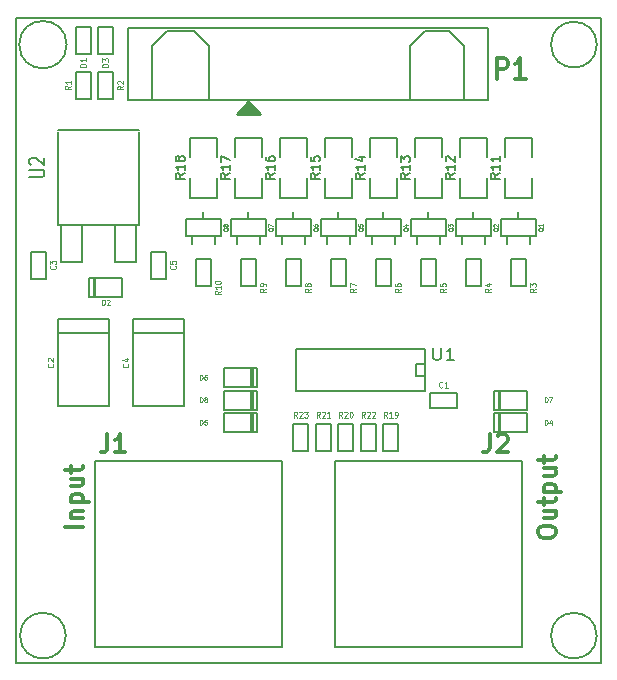
<source format=gto>
G04 (created by PCBNEW (2013-may-18)-stable) date Tue 21 Oct 2014 06:54:13 PM CEST*
%MOIN*%
G04 Gerber Fmt 3.4, Leading zero omitted, Abs format*
%FSLAX34Y34*%
G01*
G70*
G90*
G04 APERTURE LIST*
%ADD10C,0.00590551*%
%ADD11C,0.00787402*%
%ADD12C,0.011811*%
%ADD13C,0.005*%
%ADD14C,0.008*%
%ADD15C,0.012*%
%ADD16C,0.0047*%
%ADD17C,0.00344488*%
%ADD18C,0.0039*%
%ADD19C,0.0045*%
%ADD20C,0.01*%
G04 APERTURE END LIST*
G54D10*
G54D11*
X58750Y-35000D02*
X58750Y-13500D01*
X39250Y-35000D02*
X58750Y-35000D01*
X39250Y-13500D02*
X39250Y-35000D01*
X58750Y-13500D02*
X39250Y-13500D01*
G54D12*
X56648Y-30695D02*
X56648Y-30582D01*
X56676Y-30526D01*
X56732Y-30470D01*
X56845Y-30442D01*
X57042Y-30442D01*
X57154Y-30470D01*
X57210Y-30526D01*
X57239Y-30582D01*
X57239Y-30695D01*
X57210Y-30751D01*
X57154Y-30807D01*
X57042Y-30835D01*
X56845Y-30835D01*
X56732Y-30807D01*
X56676Y-30751D01*
X56648Y-30695D01*
X56845Y-29935D02*
X57239Y-29935D01*
X56845Y-30188D02*
X57154Y-30188D01*
X57210Y-30160D01*
X57239Y-30104D01*
X57239Y-30020D01*
X57210Y-29964D01*
X57182Y-29935D01*
X56845Y-29739D02*
X56845Y-29514D01*
X56648Y-29654D02*
X57154Y-29654D01*
X57210Y-29626D01*
X57239Y-29570D01*
X57239Y-29514D01*
X56845Y-29317D02*
X57435Y-29317D01*
X56873Y-29317D02*
X56845Y-29260D01*
X56845Y-29148D01*
X56873Y-29092D01*
X56901Y-29064D01*
X56957Y-29035D01*
X57126Y-29035D01*
X57182Y-29064D01*
X57210Y-29092D01*
X57239Y-29148D01*
X57239Y-29260D01*
X57210Y-29317D01*
X56845Y-28529D02*
X57239Y-28529D01*
X56845Y-28782D02*
X57154Y-28782D01*
X57210Y-28754D01*
X57239Y-28698D01*
X57239Y-28614D01*
X57210Y-28557D01*
X57182Y-28529D01*
X56845Y-28332D02*
X56845Y-28107D01*
X56648Y-28248D02*
X57154Y-28248D01*
X57210Y-28220D01*
X57239Y-28164D01*
X57239Y-28107D01*
X41489Y-30470D02*
X40898Y-30470D01*
X41095Y-30188D02*
X41489Y-30188D01*
X41151Y-30188D02*
X41123Y-30160D01*
X41095Y-30104D01*
X41095Y-30020D01*
X41123Y-29964D01*
X41179Y-29935D01*
X41489Y-29935D01*
X41095Y-29654D02*
X41685Y-29654D01*
X41123Y-29654D02*
X41095Y-29598D01*
X41095Y-29485D01*
X41123Y-29429D01*
X41151Y-29401D01*
X41207Y-29373D01*
X41376Y-29373D01*
X41432Y-29401D01*
X41460Y-29429D01*
X41489Y-29485D01*
X41489Y-29598D01*
X41460Y-29654D01*
X41095Y-28867D02*
X41489Y-28867D01*
X41095Y-29120D02*
X41404Y-29120D01*
X41460Y-29092D01*
X41489Y-29035D01*
X41489Y-28951D01*
X41460Y-28895D01*
X41432Y-28867D01*
X41095Y-28670D02*
X41095Y-28445D01*
X40898Y-28586D02*
X41404Y-28586D01*
X41460Y-28557D01*
X41489Y-28501D01*
X41489Y-28445D01*
G54D13*
X56125Y-34475D02*
X56125Y-28275D01*
X49875Y-28275D02*
X49875Y-34475D01*
X49875Y-34475D02*
X56125Y-34475D01*
X56125Y-28275D02*
X49875Y-28275D01*
X48125Y-28275D02*
X48125Y-34475D01*
X41875Y-34475D02*
X41875Y-28275D01*
X41875Y-34475D02*
X48125Y-34475D01*
X41875Y-28275D02*
X48125Y-28275D01*
G54D11*
X40940Y-14400D02*
G75*
G03X40940Y-14400I-790J0D01*
G74*
G01*
X40913Y-34100D02*
G75*
G03X40913Y-34100I-763J0D01*
G74*
G01*
X58611Y-34100D02*
G75*
G03X58611Y-34100I-761J0D01*
G74*
G01*
X58613Y-14400D02*
G75*
G03X58613Y-14400I-763J0D01*
G74*
G01*
X43100Y-13850D02*
X43000Y-13850D01*
X43000Y-13850D02*
X43000Y-16250D01*
X55000Y-16250D02*
X55000Y-13850D01*
X55000Y-13850D02*
X43100Y-13850D01*
X52400Y-16250D02*
X52400Y-14450D01*
X52400Y-14450D02*
X52900Y-13950D01*
X52900Y-13950D02*
X53700Y-13950D01*
X53700Y-13950D02*
X54200Y-14450D01*
X54200Y-14450D02*
X54200Y-16250D01*
X43800Y-16250D02*
X43800Y-14450D01*
X43800Y-14450D02*
X44300Y-13950D01*
X44300Y-13950D02*
X45200Y-13950D01*
X45200Y-13950D02*
X45700Y-14450D01*
X45700Y-14450D02*
X45700Y-16250D01*
X43000Y-16250D02*
X55000Y-16250D01*
G54D13*
X43150Y-24000D02*
X44850Y-24000D01*
X43150Y-26450D02*
X44850Y-26450D01*
X44850Y-26450D02*
X44850Y-23550D01*
X44850Y-23550D02*
X43150Y-23550D01*
X43150Y-23550D02*
X43150Y-26450D01*
X47375Y-20775D02*
X47375Y-21035D01*
X46625Y-20775D02*
X46625Y-21035D01*
X47000Y-20225D02*
X47000Y-19965D01*
X46410Y-20225D02*
X47590Y-20225D01*
X47590Y-20225D02*
X47590Y-20775D01*
X47590Y-20775D02*
X46410Y-20775D01*
X46410Y-20775D02*
X46410Y-20225D01*
X56375Y-20775D02*
X56375Y-21035D01*
X55625Y-20775D02*
X55625Y-21035D01*
X56000Y-20225D02*
X56000Y-19965D01*
X55410Y-20225D02*
X56590Y-20225D01*
X56590Y-20225D02*
X56590Y-20775D01*
X56590Y-20775D02*
X55410Y-20775D01*
X55410Y-20775D02*
X55410Y-20225D01*
X48875Y-20775D02*
X48875Y-21035D01*
X48125Y-20775D02*
X48125Y-21035D01*
X48500Y-20225D02*
X48500Y-19965D01*
X47910Y-20225D02*
X49090Y-20225D01*
X49090Y-20225D02*
X49090Y-20775D01*
X49090Y-20775D02*
X47910Y-20775D01*
X47910Y-20775D02*
X47910Y-20225D01*
X54875Y-20775D02*
X54875Y-21035D01*
X54125Y-20775D02*
X54125Y-21035D01*
X54500Y-20225D02*
X54500Y-19965D01*
X53910Y-20225D02*
X55090Y-20225D01*
X55090Y-20225D02*
X55090Y-20775D01*
X55090Y-20775D02*
X53910Y-20775D01*
X53910Y-20775D02*
X53910Y-20225D01*
X45875Y-20775D02*
X45875Y-21035D01*
X45125Y-20775D02*
X45125Y-21035D01*
X45500Y-20225D02*
X45500Y-19965D01*
X44910Y-20225D02*
X46090Y-20225D01*
X46090Y-20225D02*
X46090Y-20775D01*
X46090Y-20775D02*
X44910Y-20775D01*
X44910Y-20775D02*
X44910Y-20225D01*
X53375Y-20775D02*
X53375Y-21035D01*
X52625Y-20775D02*
X52625Y-21035D01*
X53000Y-20225D02*
X53000Y-19965D01*
X52410Y-20225D02*
X53590Y-20225D01*
X53590Y-20225D02*
X53590Y-20775D01*
X53590Y-20775D02*
X52410Y-20775D01*
X52410Y-20775D02*
X52410Y-20225D01*
X51875Y-20775D02*
X51875Y-21035D01*
X51125Y-20775D02*
X51125Y-21035D01*
X51500Y-20225D02*
X51500Y-19965D01*
X50910Y-20225D02*
X52090Y-20225D01*
X52090Y-20225D02*
X52090Y-20775D01*
X52090Y-20775D02*
X50910Y-20775D01*
X50910Y-20775D02*
X50910Y-20225D01*
X50375Y-20775D02*
X50375Y-21035D01*
X49625Y-20775D02*
X49625Y-21035D01*
X50000Y-20225D02*
X50000Y-19965D01*
X49410Y-20225D02*
X50590Y-20225D01*
X50590Y-20225D02*
X50590Y-20775D01*
X50590Y-20775D02*
X49410Y-20775D01*
X49410Y-20775D02*
X49410Y-20225D01*
X41896Y-22185D02*
X41896Y-22815D01*
X41856Y-22815D02*
X41856Y-22185D01*
X42801Y-22815D02*
X41699Y-22815D01*
X41699Y-22815D02*
X41699Y-22185D01*
X41699Y-22185D02*
X42801Y-22185D01*
X42801Y-22185D02*
X42801Y-22815D01*
G54D14*
X52900Y-25950D02*
X48600Y-25950D01*
X48600Y-25950D02*
X48600Y-24550D01*
X48600Y-24550D02*
X52900Y-24550D01*
X52900Y-24550D02*
X52900Y-25950D01*
X52900Y-25450D02*
X52600Y-25450D01*
X52600Y-25450D02*
X52600Y-25050D01*
X52600Y-25050D02*
X52900Y-25050D01*
G54D13*
X51050Y-19500D02*
X51950Y-19500D01*
X51950Y-19500D02*
X51950Y-18850D01*
X51050Y-18150D02*
X51050Y-17500D01*
X51050Y-17500D02*
X51950Y-17500D01*
X51950Y-17500D02*
X51950Y-18150D01*
X51050Y-18850D02*
X51050Y-19500D01*
X48050Y-19500D02*
X48950Y-19500D01*
X48950Y-19500D02*
X48950Y-18850D01*
X48050Y-18150D02*
X48050Y-17500D01*
X48050Y-17500D02*
X48950Y-17500D01*
X48950Y-17500D02*
X48950Y-18150D01*
X48050Y-18850D02*
X48050Y-19500D01*
X49550Y-19500D02*
X50450Y-19500D01*
X50450Y-19500D02*
X50450Y-18850D01*
X49550Y-18150D02*
X49550Y-17500D01*
X49550Y-17500D02*
X50450Y-17500D01*
X50450Y-17500D02*
X50450Y-18150D01*
X49550Y-18850D02*
X49550Y-19500D01*
X46550Y-19500D02*
X47450Y-19500D01*
X47450Y-19500D02*
X47450Y-18850D01*
X46550Y-18150D02*
X46550Y-17500D01*
X46550Y-17500D02*
X47450Y-17500D01*
X47450Y-17500D02*
X47450Y-18150D01*
X46550Y-18850D02*
X46550Y-19500D01*
X52550Y-19500D02*
X53450Y-19500D01*
X53450Y-19500D02*
X53450Y-18850D01*
X52550Y-18150D02*
X52550Y-17500D01*
X52550Y-17500D02*
X53450Y-17500D01*
X53450Y-17500D02*
X53450Y-18150D01*
X52550Y-18850D02*
X52550Y-19500D01*
X54050Y-19500D02*
X54950Y-19500D01*
X54950Y-19500D02*
X54950Y-18850D01*
X54050Y-18150D02*
X54050Y-17500D01*
X54050Y-17500D02*
X54950Y-17500D01*
X54950Y-17500D02*
X54950Y-18150D01*
X54050Y-18850D02*
X54050Y-19500D01*
X55550Y-19500D02*
X56450Y-19500D01*
X56450Y-19500D02*
X56450Y-18850D01*
X55550Y-18150D02*
X55550Y-17500D01*
X55550Y-17500D02*
X56450Y-17500D01*
X56450Y-17500D02*
X56450Y-18150D01*
X55550Y-18850D02*
X55550Y-19500D01*
X45050Y-19500D02*
X45950Y-19500D01*
X45950Y-19500D02*
X45950Y-18850D01*
X45050Y-18150D02*
X45050Y-17500D01*
X45050Y-17500D02*
X45950Y-17500D01*
X45950Y-17500D02*
X45950Y-18150D01*
X45050Y-18850D02*
X45050Y-19500D01*
X42000Y-16200D02*
X42000Y-15300D01*
X42000Y-15300D02*
X42500Y-15300D01*
X42500Y-15300D02*
X42500Y-16200D01*
X42500Y-16200D02*
X42000Y-16200D01*
X56250Y-21550D02*
X56250Y-22450D01*
X56250Y-22450D02*
X55750Y-22450D01*
X55750Y-22450D02*
X55750Y-21550D01*
X55750Y-21550D02*
X56250Y-21550D01*
X40250Y-21300D02*
X40250Y-22200D01*
X40250Y-22200D02*
X39750Y-22200D01*
X39750Y-22200D02*
X39750Y-21300D01*
X39750Y-21300D02*
X40250Y-21300D01*
X54750Y-21550D02*
X54750Y-22450D01*
X54750Y-22450D02*
X54250Y-22450D01*
X54250Y-22450D02*
X54250Y-21550D01*
X54250Y-21550D02*
X54750Y-21550D01*
X53250Y-21550D02*
X53250Y-22450D01*
X53250Y-22450D02*
X52750Y-22450D01*
X52750Y-22450D02*
X52750Y-21550D01*
X52750Y-21550D02*
X53250Y-21550D01*
X51750Y-21550D02*
X51750Y-22450D01*
X51750Y-22450D02*
X51250Y-22450D01*
X51250Y-22450D02*
X51250Y-21550D01*
X51250Y-21550D02*
X51750Y-21550D01*
X42000Y-14700D02*
X42000Y-13800D01*
X42000Y-13800D02*
X42500Y-13800D01*
X42500Y-13800D02*
X42500Y-14700D01*
X42500Y-14700D02*
X42000Y-14700D01*
X41250Y-16200D02*
X41250Y-15300D01*
X41250Y-15300D02*
X41750Y-15300D01*
X41750Y-15300D02*
X41750Y-16200D01*
X41750Y-16200D02*
X41250Y-16200D01*
X50250Y-21550D02*
X50250Y-22450D01*
X50250Y-22450D02*
X49750Y-22450D01*
X49750Y-22450D02*
X49750Y-21550D01*
X49750Y-21550D02*
X50250Y-21550D01*
X41250Y-14700D02*
X41250Y-13800D01*
X41250Y-13800D02*
X41750Y-13800D01*
X41750Y-13800D02*
X41750Y-14700D01*
X41750Y-14700D02*
X41250Y-14700D01*
X53050Y-26000D02*
X53950Y-26000D01*
X53950Y-26000D02*
X53950Y-26500D01*
X53950Y-26500D02*
X53050Y-26500D01*
X53050Y-26500D02*
X53050Y-26000D01*
X48750Y-21550D02*
X48750Y-22450D01*
X48750Y-22450D02*
X48250Y-22450D01*
X48250Y-22450D02*
X48250Y-21550D01*
X48250Y-21550D02*
X48750Y-21550D01*
X45750Y-21550D02*
X45750Y-22450D01*
X45750Y-22450D02*
X45250Y-22450D01*
X45250Y-22450D02*
X45250Y-21550D01*
X45250Y-21550D02*
X45750Y-21550D01*
X47250Y-21550D02*
X47250Y-22450D01*
X47250Y-22450D02*
X46750Y-22450D01*
X46750Y-22450D02*
X46750Y-21550D01*
X46750Y-21550D02*
X47250Y-21550D01*
X42550Y-20400D02*
X42550Y-21650D01*
X42550Y-21650D02*
X43250Y-21650D01*
X43250Y-21650D02*
X43250Y-20400D01*
X40750Y-20400D02*
X40750Y-21650D01*
X40750Y-21650D02*
X41450Y-21650D01*
X41450Y-21650D02*
X41450Y-20400D01*
X43350Y-18000D02*
X43350Y-20400D01*
X43350Y-20400D02*
X40650Y-20400D01*
X40650Y-20400D02*
X40650Y-17300D01*
X40650Y-17250D02*
X43350Y-17250D01*
X43350Y-17300D02*
X43350Y-18000D01*
X40650Y-24000D02*
X42350Y-24000D01*
X40650Y-26450D02*
X42350Y-26450D01*
X42350Y-26450D02*
X42350Y-23550D01*
X42350Y-23550D02*
X40650Y-23550D01*
X40650Y-23550D02*
X40650Y-26450D01*
X44250Y-21300D02*
X44250Y-22200D01*
X44250Y-22200D02*
X43750Y-22200D01*
X43750Y-22200D02*
X43750Y-21300D01*
X43750Y-21300D02*
X44250Y-21300D01*
X55396Y-26685D02*
X55396Y-27315D01*
X55356Y-27315D02*
X55356Y-26685D01*
X56301Y-27315D02*
X55199Y-27315D01*
X55199Y-27315D02*
X55199Y-26685D01*
X55199Y-26685D02*
X56301Y-26685D01*
X56301Y-26685D02*
X56301Y-27315D01*
X47104Y-27315D02*
X47104Y-26685D01*
X47144Y-26685D02*
X47144Y-27315D01*
X46199Y-26685D02*
X47301Y-26685D01*
X47301Y-26685D02*
X47301Y-27315D01*
X47301Y-27315D02*
X46199Y-27315D01*
X46199Y-27315D02*
X46199Y-26685D01*
X47104Y-25815D02*
X47104Y-25185D01*
X47144Y-25185D02*
X47144Y-25815D01*
X46199Y-25185D02*
X47301Y-25185D01*
X47301Y-25185D02*
X47301Y-25815D01*
X47301Y-25815D02*
X46199Y-25815D01*
X46199Y-25815D02*
X46199Y-25185D01*
X55396Y-25935D02*
X55396Y-26565D01*
X55356Y-26565D02*
X55356Y-25935D01*
X56301Y-26565D02*
X55199Y-26565D01*
X55199Y-26565D02*
X55199Y-25935D01*
X55199Y-25935D02*
X56301Y-25935D01*
X56301Y-25935D02*
X56301Y-26565D01*
X47104Y-26565D02*
X47104Y-25935D01*
X47144Y-25935D02*
X47144Y-26565D01*
X46199Y-25935D02*
X47301Y-25935D01*
X47301Y-25935D02*
X47301Y-26565D01*
X47301Y-26565D02*
X46199Y-26565D01*
X46199Y-26565D02*
X46199Y-25935D01*
X51500Y-27950D02*
X51500Y-27050D01*
X51500Y-27050D02*
X52000Y-27050D01*
X52000Y-27050D02*
X52000Y-27950D01*
X52000Y-27950D02*
X51500Y-27950D01*
X50000Y-27950D02*
X50000Y-27050D01*
X50000Y-27050D02*
X50500Y-27050D01*
X50500Y-27050D02*
X50500Y-27950D01*
X50500Y-27950D02*
X50000Y-27950D01*
X49250Y-27950D02*
X49250Y-27050D01*
X49250Y-27050D02*
X49750Y-27050D01*
X49750Y-27050D02*
X49750Y-27950D01*
X49750Y-27950D02*
X49250Y-27950D01*
X50750Y-27950D02*
X50750Y-27050D01*
X50750Y-27050D02*
X51250Y-27050D01*
X51250Y-27050D02*
X51250Y-27950D01*
X51250Y-27950D02*
X50750Y-27950D01*
X49000Y-27050D02*
X49000Y-27950D01*
X49000Y-27950D02*
X48500Y-27950D01*
X48500Y-27950D02*
X48500Y-27050D01*
X48500Y-27050D02*
X49000Y-27050D01*
G54D15*
X55050Y-27392D02*
X55050Y-27821D01*
X55021Y-27907D01*
X54964Y-27964D01*
X54878Y-27992D01*
X54821Y-27992D01*
X55307Y-27450D02*
X55335Y-27421D01*
X55392Y-27392D01*
X55535Y-27392D01*
X55592Y-27421D01*
X55621Y-27450D01*
X55650Y-27507D01*
X55650Y-27564D01*
X55621Y-27650D01*
X55278Y-27992D01*
X55650Y-27992D01*
X42300Y-27392D02*
X42300Y-27821D01*
X42271Y-27907D01*
X42214Y-27964D01*
X42128Y-27992D01*
X42071Y-27992D01*
X42900Y-27992D02*
X42557Y-27992D01*
X42728Y-27992D02*
X42728Y-27392D01*
X42671Y-27478D01*
X42614Y-27535D01*
X42557Y-27564D01*
X55288Y-15532D02*
X55288Y-14833D01*
X55526Y-14833D01*
X55586Y-14867D01*
X55616Y-14900D01*
X55645Y-14967D01*
X55645Y-15066D01*
X55616Y-15133D01*
X55586Y-15166D01*
X55526Y-15200D01*
X55288Y-15200D01*
X56241Y-15532D02*
X55883Y-15532D01*
X56062Y-15532D02*
X56062Y-14833D01*
X56002Y-14933D01*
X55943Y-15000D01*
X55883Y-15033D01*
G54D16*
X42985Y-25032D02*
X42995Y-25042D01*
X43004Y-25070D01*
X43004Y-25089D01*
X42995Y-25117D01*
X42976Y-25136D01*
X42957Y-25145D01*
X42920Y-25154D01*
X42892Y-25154D01*
X42854Y-25145D01*
X42835Y-25136D01*
X42817Y-25117D01*
X42807Y-25089D01*
X42807Y-25070D01*
X42817Y-25042D01*
X42826Y-25032D01*
X42873Y-24863D02*
X43004Y-24863D01*
X42798Y-24910D02*
X42939Y-24957D01*
X42939Y-24835D01*
G54D17*
X47818Y-20513D02*
X47812Y-20526D01*
X47799Y-20539D01*
X47779Y-20559D01*
X47772Y-20572D01*
X47772Y-20585D01*
X47805Y-20578D02*
X47799Y-20591D01*
X47786Y-20604D01*
X47759Y-20611D01*
X47713Y-20611D01*
X47687Y-20604D01*
X47674Y-20591D01*
X47667Y-20578D01*
X47667Y-20552D01*
X47674Y-20539D01*
X47687Y-20526D01*
X47713Y-20519D01*
X47759Y-20519D01*
X47786Y-20526D01*
X47799Y-20539D01*
X47805Y-20552D01*
X47805Y-20578D01*
X47667Y-20473D02*
X47667Y-20381D01*
X47805Y-20440D01*
X56818Y-20513D02*
X56812Y-20526D01*
X56799Y-20539D01*
X56779Y-20559D01*
X56772Y-20572D01*
X56772Y-20585D01*
X56805Y-20578D02*
X56799Y-20591D01*
X56786Y-20604D01*
X56759Y-20611D01*
X56713Y-20611D01*
X56687Y-20604D01*
X56674Y-20591D01*
X56667Y-20578D01*
X56667Y-20552D01*
X56674Y-20539D01*
X56687Y-20526D01*
X56713Y-20519D01*
X56759Y-20519D01*
X56786Y-20526D01*
X56799Y-20539D01*
X56805Y-20552D01*
X56805Y-20578D01*
X56805Y-20388D02*
X56805Y-20467D01*
X56805Y-20427D02*
X56667Y-20427D01*
X56687Y-20440D01*
X56700Y-20454D01*
X56707Y-20467D01*
X49318Y-20513D02*
X49312Y-20526D01*
X49299Y-20539D01*
X49279Y-20559D01*
X49272Y-20572D01*
X49272Y-20585D01*
X49305Y-20578D02*
X49299Y-20591D01*
X49286Y-20604D01*
X49259Y-20611D01*
X49213Y-20611D01*
X49187Y-20604D01*
X49174Y-20591D01*
X49167Y-20578D01*
X49167Y-20552D01*
X49174Y-20539D01*
X49187Y-20526D01*
X49213Y-20519D01*
X49259Y-20519D01*
X49286Y-20526D01*
X49299Y-20539D01*
X49305Y-20552D01*
X49305Y-20578D01*
X49167Y-20401D02*
X49167Y-20427D01*
X49174Y-20440D01*
X49181Y-20447D01*
X49200Y-20460D01*
X49227Y-20467D01*
X49279Y-20467D01*
X49292Y-20460D01*
X49299Y-20454D01*
X49305Y-20440D01*
X49305Y-20414D01*
X49299Y-20401D01*
X49292Y-20395D01*
X49279Y-20388D01*
X49246Y-20388D01*
X49233Y-20395D01*
X49227Y-20401D01*
X49220Y-20414D01*
X49220Y-20440D01*
X49227Y-20454D01*
X49233Y-20460D01*
X49246Y-20467D01*
X55318Y-20513D02*
X55312Y-20526D01*
X55299Y-20539D01*
X55279Y-20559D01*
X55272Y-20572D01*
X55272Y-20585D01*
X55305Y-20578D02*
X55299Y-20591D01*
X55286Y-20604D01*
X55259Y-20611D01*
X55213Y-20611D01*
X55187Y-20604D01*
X55174Y-20591D01*
X55167Y-20578D01*
X55167Y-20552D01*
X55174Y-20539D01*
X55187Y-20526D01*
X55213Y-20519D01*
X55259Y-20519D01*
X55286Y-20526D01*
X55299Y-20539D01*
X55305Y-20552D01*
X55305Y-20578D01*
X55181Y-20467D02*
X55174Y-20460D01*
X55167Y-20447D01*
X55167Y-20414D01*
X55174Y-20401D01*
X55181Y-20395D01*
X55194Y-20388D01*
X55207Y-20388D01*
X55227Y-20395D01*
X55305Y-20473D01*
X55305Y-20388D01*
X46318Y-20513D02*
X46312Y-20526D01*
X46299Y-20539D01*
X46279Y-20559D01*
X46272Y-20572D01*
X46272Y-20585D01*
X46305Y-20578D02*
X46299Y-20591D01*
X46286Y-20604D01*
X46259Y-20611D01*
X46213Y-20611D01*
X46187Y-20604D01*
X46174Y-20591D01*
X46167Y-20578D01*
X46167Y-20552D01*
X46174Y-20539D01*
X46187Y-20526D01*
X46213Y-20519D01*
X46259Y-20519D01*
X46286Y-20526D01*
X46299Y-20539D01*
X46305Y-20552D01*
X46305Y-20578D01*
X46227Y-20440D02*
X46220Y-20454D01*
X46213Y-20460D01*
X46200Y-20467D01*
X46194Y-20467D01*
X46181Y-20460D01*
X46174Y-20454D01*
X46167Y-20440D01*
X46167Y-20414D01*
X46174Y-20401D01*
X46181Y-20395D01*
X46194Y-20388D01*
X46200Y-20388D01*
X46213Y-20395D01*
X46220Y-20401D01*
X46227Y-20414D01*
X46227Y-20440D01*
X46233Y-20454D01*
X46240Y-20460D01*
X46253Y-20467D01*
X46279Y-20467D01*
X46292Y-20460D01*
X46299Y-20454D01*
X46305Y-20440D01*
X46305Y-20414D01*
X46299Y-20401D01*
X46292Y-20395D01*
X46279Y-20388D01*
X46253Y-20388D01*
X46240Y-20395D01*
X46233Y-20401D01*
X46227Y-20414D01*
X53818Y-20513D02*
X53812Y-20526D01*
X53799Y-20539D01*
X53779Y-20559D01*
X53772Y-20572D01*
X53772Y-20585D01*
X53805Y-20578D02*
X53799Y-20591D01*
X53786Y-20604D01*
X53759Y-20611D01*
X53713Y-20611D01*
X53687Y-20604D01*
X53674Y-20591D01*
X53667Y-20578D01*
X53667Y-20552D01*
X53674Y-20539D01*
X53687Y-20526D01*
X53713Y-20519D01*
X53759Y-20519D01*
X53786Y-20526D01*
X53799Y-20539D01*
X53805Y-20552D01*
X53805Y-20578D01*
X53667Y-20473D02*
X53667Y-20388D01*
X53720Y-20434D01*
X53720Y-20414D01*
X53727Y-20401D01*
X53733Y-20395D01*
X53746Y-20388D01*
X53779Y-20388D01*
X53792Y-20395D01*
X53799Y-20401D01*
X53805Y-20414D01*
X53805Y-20454D01*
X53799Y-20467D01*
X53792Y-20473D01*
X52318Y-20513D02*
X52312Y-20526D01*
X52299Y-20539D01*
X52279Y-20559D01*
X52272Y-20572D01*
X52272Y-20585D01*
X52305Y-20578D02*
X52299Y-20591D01*
X52286Y-20604D01*
X52259Y-20611D01*
X52213Y-20611D01*
X52187Y-20604D01*
X52174Y-20591D01*
X52167Y-20578D01*
X52167Y-20552D01*
X52174Y-20539D01*
X52187Y-20526D01*
X52213Y-20519D01*
X52259Y-20519D01*
X52286Y-20526D01*
X52299Y-20539D01*
X52305Y-20552D01*
X52305Y-20578D01*
X52213Y-20401D02*
X52305Y-20401D01*
X52161Y-20434D02*
X52259Y-20467D01*
X52259Y-20381D01*
X50818Y-20513D02*
X50812Y-20526D01*
X50799Y-20539D01*
X50779Y-20559D01*
X50772Y-20572D01*
X50772Y-20585D01*
X50805Y-20578D02*
X50799Y-20591D01*
X50786Y-20604D01*
X50759Y-20611D01*
X50713Y-20611D01*
X50687Y-20604D01*
X50674Y-20591D01*
X50667Y-20578D01*
X50667Y-20552D01*
X50674Y-20539D01*
X50687Y-20526D01*
X50713Y-20519D01*
X50759Y-20519D01*
X50786Y-20526D01*
X50799Y-20539D01*
X50805Y-20552D01*
X50805Y-20578D01*
X50667Y-20395D02*
X50667Y-20460D01*
X50733Y-20467D01*
X50727Y-20460D01*
X50720Y-20447D01*
X50720Y-20414D01*
X50727Y-20401D01*
X50733Y-20395D01*
X50746Y-20388D01*
X50779Y-20388D01*
X50792Y-20395D01*
X50799Y-20401D01*
X50805Y-20414D01*
X50805Y-20447D01*
X50799Y-20460D01*
X50792Y-20467D01*
G54D18*
X42134Y-23063D02*
X42134Y-22906D01*
X42171Y-22906D01*
X42193Y-22914D01*
X42208Y-22928D01*
X42216Y-22943D01*
X42223Y-22973D01*
X42223Y-22996D01*
X42216Y-23026D01*
X42208Y-23041D01*
X42193Y-23056D01*
X42171Y-23063D01*
X42134Y-23063D01*
X42283Y-22921D02*
X42291Y-22914D01*
X42306Y-22906D01*
X42343Y-22906D01*
X42358Y-22914D01*
X42365Y-22921D01*
X42373Y-22936D01*
X42373Y-22951D01*
X42365Y-22973D01*
X42276Y-23063D01*
X42373Y-23063D01*
G54D13*
X53157Y-24511D02*
X53157Y-24835D01*
X53178Y-24873D01*
X53200Y-24892D01*
X53242Y-24911D01*
X53328Y-24911D01*
X53371Y-24892D01*
X53392Y-24873D01*
X53414Y-24835D01*
X53414Y-24511D01*
X53864Y-24911D02*
X53607Y-24911D01*
X53735Y-24911D02*
X53735Y-24511D01*
X53692Y-24569D01*
X53650Y-24607D01*
X53607Y-24626D01*
X50871Y-18692D02*
X50728Y-18792D01*
X50871Y-18864D02*
X50571Y-18864D01*
X50571Y-18750D01*
X50585Y-18721D01*
X50600Y-18707D01*
X50628Y-18692D01*
X50671Y-18692D01*
X50700Y-18707D01*
X50714Y-18721D01*
X50728Y-18750D01*
X50728Y-18864D01*
X50871Y-18407D02*
X50871Y-18578D01*
X50871Y-18492D02*
X50571Y-18492D01*
X50614Y-18521D01*
X50642Y-18550D01*
X50657Y-18578D01*
X50671Y-18150D02*
X50871Y-18150D01*
X50557Y-18221D02*
X50771Y-18292D01*
X50771Y-18107D01*
X47871Y-18692D02*
X47728Y-18792D01*
X47871Y-18864D02*
X47571Y-18864D01*
X47571Y-18750D01*
X47585Y-18721D01*
X47600Y-18707D01*
X47628Y-18692D01*
X47671Y-18692D01*
X47700Y-18707D01*
X47714Y-18721D01*
X47728Y-18750D01*
X47728Y-18864D01*
X47871Y-18407D02*
X47871Y-18578D01*
X47871Y-18492D02*
X47571Y-18492D01*
X47614Y-18521D01*
X47642Y-18550D01*
X47657Y-18578D01*
X47571Y-18150D02*
X47571Y-18207D01*
X47585Y-18235D01*
X47600Y-18250D01*
X47642Y-18278D01*
X47700Y-18292D01*
X47814Y-18292D01*
X47842Y-18278D01*
X47857Y-18264D01*
X47871Y-18235D01*
X47871Y-18178D01*
X47857Y-18150D01*
X47842Y-18135D01*
X47814Y-18121D01*
X47742Y-18121D01*
X47714Y-18135D01*
X47700Y-18150D01*
X47685Y-18178D01*
X47685Y-18235D01*
X47700Y-18264D01*
X47714Y-18278D01*
X47742Y-18292D01*
X49371Y-18692D02*
X49228Y-18792D01*
X49371Y-18864D02*
X49071Y-18864D01*
X49071Y-18750D01*
X49085Y-18721D01*
X49100Y-18707D01*
X49128Y-18692D01*
X49171Y-18692D01*
X49200Y-18707D01*
X49214Y-18721D01*
X49228Y-18750D01*
X49228Y-18864D01*
X49371Y-18407D02*
X49371Y-18578D01*
X49371Y-18492D02*
X49071Y-18492D01*
X49114Y-18521D01*
X49142Y-18550D01*
X49157Y-18578D01*
X49071Y-18135D02*
X49071Y-18278D01*
X49214Y-18292D01*
X49200Y-18278D01*
X49185Y-18250D01*
X49185Y-18178D01*
X49200Y-18150D01*
X49214Y-18135D01*
X49242Y-18121D01*
X49314Y-18121D01*
X49342Y-18135D01*
X49357Y-18150D01*
X49371Y-18178D01*
X49371Y-18250D01*
X49357Y-18278D01*
X49342Y-18292D01*
X46371Y-18692D02*
X46228Y-18792D01*
X46371Y-18864D02*
X46071Y-18864D01*
X46071Y-18750D01*
X46085Y-18721D01*
X46100Y-18707D01*
X46128Y-18692D01*
X46171Y-18692D01*
X46200Y-18707D01*
X46214Y-18721D01*
X46228Y-18750D01*
X46228Y-18864D01*
X46371Y-18407D02*
X46371Y-18578D01*
X46371Y-18492D02*
X46071Y-18492D01*
X46114Y-18521D01*
X46142Y-18550D01*
X46157Y-18578D01*
X46071Y-18307D02*
X46071Y-18107D01*
X46371Y-18235D01*
X52371Y-18692D02*
X52228Y-18792D01*
X52371Y-18864D02*
X52071Y-18864D01*
X52071Y-18750D01*
X52085Y-18721D01*
X52100Y-18707D01*
X52128Y-18692D01*
X52171Y-18692D01*
X52200Y-18707D01*
X52214Y-18721D01*
X52228Y-18750D01*
X52228Y-18864D01*
X52371Y-18407D02*
X52371Y-18578D01*
X52371Y-18492D02*
X52071Y-18492D01*
X52114Y-18521D01*
X52142Y-18550D01*
X52157Y-18578D01*
X52071Y-18307D02*
X52071Y-18121D01*
X52185Y-18221D01*
X52185Y-18178D01*
X52200Y-18150D01*
X52214Y-18135D01*
X52242Y-18121D01*
X52314Y-18121D01*
X52342Y-18135D01*
X52357Y-18150D01*
X52371Y-18178D01*
X52371Y-18264D01*
X52357Y-18292D01*
X52342Y-18307D01*
X53871Y-18692D02*
X53728Y-18792D01*
X53871Y-18864D02*
X53571Y-18864D01*
X53571Y-18750D01*
X53585Y-18721D01*
X53600Y-18707D01*
X53628Y-18692D01*
X53671Y-18692D01*
X53700Y-18707D01*
X53714Y-18721D01*
X53728Y-18750D01*
X53728Y-18864D01*
X53871Y-18407D02*
X53871Y-18578D01*
X53871Y-18492D02*
X53571Y-18492D01*
X53614Y-18521D01*
X53642Y-18550D01*
X53657Y-18578D01*
X53600Y-18292D02*
X53585Y-18278D01*
X53571Y-18250D01*
X53571Y-18178D01*
X53585Y-18150D01*
X53600Y-18135D01*
X53628Y-18121D01*
X53657Y-18121D01*
X53700Y-18135D01*
X53871Y-18307D01*
X53871Y-18121D01*
X55371Y-18692D02*
X55228Y-18792D01*
X55371Y-18864D02*
X55071Y-18864D01*
X55071Y-18750D01*
X55085Y-18721D01*
X55100Y-18707D01*
X55128Y-18692D01*
X55171Y-18692D01*
X55200Y-18707D01*
X55214Y-18721D01*
X55228Y-18750D01*
X55228Y-18864D01*
X55371Y-18407D02*
X55371Y-18578D01*
X55371Y-18492D02*
X55071Y-18492D01*
X55114Y-18521D01*
X55142Y-18550D01*
X55157Y-18578D01*
X55371Y-18121D02*
X55371Y-18292D01*
X55371Y-18207D02*
X55071Y-18207D01*
X55114Y-18235D01*
X55142Y-18264D01*
X55157Y-18292D01*
X44871Y-18692D02*
X44728Y-18792D01*
X44871Y-18864D02*
X44571Y-18864D01*
X44571Y-18750D01*
X44585Y-18721D01*
X44600Y-18707D01*
X44628Y-18692D01*
X44671Y-18692D01*
X44700Y-18707D01*
X44714Y-18721D01*
X44728Y-18750D01*
X44728Y-18864D01*
X44871Y-18407D02*
X44871Y-18578D01*
X44871Y-18492D02*
X44571Y-18492D01*
X44614Y-18521D01*
X44642Y-18550D01*
X44657Y-18578D01*
X44700Y-18235D02*
X44685Y-18264D01*
X44671Y-18278D01*
X44642Y-18292D01*
X44628Y-18292D01*
X44600Y-18278D01*
X44585Y-18264D01*
X44571Y-18235D01*
X44571Y-18178D01*
X44585Y-18150D01*
X44600Y-18135D01*
X44628Y-18121D01*
X44642Y-18121D01*
X44671Y-18135D01*
X44685Y-18150D01*
X44700Y-18178D01*
X44700Y-18235D01*
X44714Y-18264D01*
X44728Y-18278D01*
X44757Y-18292D01*
X44814Y-18292D01*
X44842Y-18278D01*
X44857Y-18264D01*
X44871Y-18235D01*
X44871Y-18178D01*
X44857Y-18150D01*
X44842Y-18135D01*
X44814Y-18121D01*
X44757Y-18121D01*
X44728Y-18135D01*
X44714Y-18150D01*
X44700Y-18178D01*
G54D19*
X42830Y-15780D02*
X42735Y-15840D01*
X42830Y-15882D02*
X42630Y-15882D01*
X42630Y-15814D01*
X42640Y-15797D01*
X42650Y-15788D01*
X42669Y-15780D01*
X42697Y-15780D01*
X42716Y-15788D01*
X42726Y-15797D01*
X42735Y-15814D01*
X42735Y-15882D01*
X42650Y-15711D02*
X42640Y-15702D01*
X42630Y-15685D01*
X42630Y-15642D01*
X42640Y-15625D01*
X42650Y-15617D01*
X42669Y-15608D01*
X42688Y-15608D01*
X42716Y-15617D01*
X42830Y-15720D01*
X42830Y-15608D01*
X56580Y-22530D02*
X56485Y-22590D01*
X56580Y-22632D02*
X56380Y-22632D01*
X56380Y-22564D01*
X56390Y-22547D01*
X56400Y-22538D01*
X56419Y-22530D01*
X56447Y-22530D01*
X56466Y-22538D01*
X56476Y-22547D01*
X56485Y-22564D01*
X56485Y-22632D01*
X56380Y-22470D02*
X56380Y-22358D01*
X56457Y-22418D01*
X56457Y-22392D01*
X56466Y-22375D01*
X56476Y-22367D01*
X56495Y-22358D01*
X56542Y-22358D01*
X56561Y-22367D01*
X56571Y-22375D01*
X56580Y-22392D01*
X56580Y-22444D01*
X56571Y-22461D01*
X56561Y-22470D01*
X40561Y-21780D02*
X40571Y-21788D01*
X40580Y-21814D01*
X40580Y-21831D01*
X40571Y-21857D01*
X40552Y-21874D01*
X40533Y-21882D01*
X40495Y-21891D01*
X40466Y-21891D01*
X40428Y-21882D01*
X40409Y-21874D01*
X40390Y-21857D01*
X40380Y-21831D01*
X40380Y-21814D01*
X40390Y-21788D01*
X40400Y-21780D01*
X40380Y-21720D02*
X40380Y-21608D01*
X40457Y-21668D01*
X40457Y-21642D01*
X40466Y-21625D01*
X40476Y-21617D01*
X40495Y-21608D01*
X40542Y-21608D01*
X40561Y-21617D01*
X40571Y-21625D01*
X40580Y-21642D01*
X40580Y-21694D01*
X40571Y-21711D01*
X40561Y-21720D01*
X55080Y-22530D02*
X54985Y-22590D01*
X55080Y-22632D02*
X54880Y-22632D01*
X54880Y-22564D01*
X54890Y-22547D01*
X54900Y-22538D01*
X54919Y-22530D01*
X54947Y-22530D01*
X54966Y-22538D01*
X54976Y-22547D01*
X54985Y-22564D01*
X54985Y-22632D01*
X54947Y-22375D02*
X55080Y-22375D01*
X54871Y-22418D02*
X55014Y-22461D01*
X55014Y-22350D01*
X53580Y-22530D02*
X53485Y-22590D01*
X53580Y-22632D02*
X53380Y-22632D01*
X53380Y-22564D01*
X53390Y-22547D01*
X53400Y-22538D01*
X53419Y-22530D01*
X53447Y-22530D01*
X53466Y-22538D01*
X53476Y-22547D01*
X53485Y-22564D01*
X53485Y-22632D01*
X53380Y-22367D02*
X53380Y-22452D01*
X53476Y-22461D01*
X53466Y-22452D01*
X53457Y-22435D01*
X53457Y-22392D01*
X53466Y-22375D01*
X53476Y-22367D01*
X53495Y-22358D01*
X53542Y-22358D01*
X53561Y-22367D01*
X53571Y-22375D01*
X53580Y-22392D01*
X53580Y-22435D01*
X53571Y-22452D01*
X53561Y-22461D01*
X52080Y-22530D02*
X51985Y-22590D01*
X52080Y-22632D02*
X51880Y-22632D01*
X51880Y-22564D01*
X51890Y-22547D01*
X51900Y-22538D01*
X51919Y-22530D01*
X51947Y-22530D01*
X51966Y-22538D01*
X51976Y-22547D01*
X51985Y-22564D01*
X51985Y-22632D01*
X51880Y-22375D02*
X51880Y-22410D01*
X51890Y-22427D01*
X51900Y-22435D01*
X51928Y-22452D01*
X51966Y-22461D01*
X52042Y-22461D01*
X52061Y-22452D01*
X52071Y-22444D01*
X52080Y-22427D01*
X52080Y-22392D01*
X52071Y-22375D01*
X52061Y-22367D01*
X52042Y-22358D01*
X51995Y-22358D01*
X51976Y-22367D01*
X51966Y-22375D01*
X51957Y-22392D01*
X51957Y-22427D01*
X51966Y-22444D01*
X51976Y-22452D01*
X51995Y-22461D01*
X42330Y-15132D02*
X42130Y-15132D01*
X42130Y-15090D01*
X42140Y-15064D01*
X42159Y-15047D01*
X42178Y-15038D01*
X42216Y-15030D01*
X42245Y-15030D01*
X42283Y-15038D01*
X42302Y-15047D01*
X42321Y-15064D01*
X42330Y-15090D01*
X42330Y-15132D01*
X42130Y-14970D02*
X42130Y-14858D01*
X42207Y-14918D01*
X42207Y-14892D01*
X42216Y-14875D01*
X42226Y-14867D01*
X42245Y-14858D01*
X42292Y-14858D01*
X42311Y-14867D01*
X42321Y-14875D01*
X42330Y-14892D01*
X42330Y-14944D01*
X42321Y-14961D01*
X42311Y-14970D01*
X41080Y-15780D02*
X40985Y-15840D01*
X41080Y-15882D02*
X40880Y-15882D01*
X40880Y-15814D01*
X40890Y-15797D01*
X40900Y-15788D01*
X40919Y-15780D01*
X40947Y-15780D01*
X40966Y-15788D01*
X40976Y-15797D01*
X40985Y-15814D01*
X40985Y-15882D01*
X41080Y-15608D02*
X41080Y-15711D01*
X41080Y-15660D02*
X40880Y-15660D01*
X40909Y-15677D01*
X40928Y-15694D01*
X40938Y-15711D01*
X50580Y-22530D02*
X50485Y-22590D01*
X50580Y-22632D02*
X50380Y-22632D01*
X50380Y-22564D01*
X50390Y-22547D01*
X50400Y-22538D01*
X50419Y-22530D01*
X50447Y-22530D01*
X50466Y-22538D01*
X50476Y-22547D01*
X50485Y-22564D01*
X50485Y-22632D01*
X50380Y-22470D02*
X50380Y-22350D01*
X50580Y-22427D01*
X41580Y-15132D02*
X41380Y-15132D01*
X41380Y-15090D01*
X41390Y-15064D01*
X41409Y-15047D01*
X41428Y-15038D01*
X41466Y-15030D01*
X41495Y-15030D01*
X41533Y-15038D01*
X41552Y-15047D01*
X41571Y-15064D01*
X41580Y-15090D01*
X41580Y-15132D01*
X41580Y-14858D02*
X41580Y-14961D01*
X41580Y-14910D02*
X41380Y-14910D01*
X41409Y-14927D01*
X41428Y-14944D01*
X41438Y-14961D01*
X53470Y-25811D02*
X53461Y-25821D01*
X53435Y-25830D01*
X53418Y-25830D01*
X53392Y-25821D01*
X53375Y-25802D01*
X53367Y-25783D01*
X53358Y-25745D01*
X53358Y-25716D01*
X53367Y-25678D01*
X53375Y-25659D01*
X53392Y-25640D01*
X53418Y-25630D01*
X53435Y-25630D01*
X53461Y-25640D01*
X53470Y-25650D01*
X53641Y-25830D02*
X53538Y-25830D01*
X53590Y-25830D02*
X53590Y-25630D01*
X53572Y-25659D01*
X53555Y-25678D01*
X53538Y-25688D01*
X49080Y-22530D02*
X48985Y-22590D01*
X49080Y-22632D02*
X48880Y-22632D01*
X48880Y-22564D01*
X48890Y-22547D01*
X48900Y-22538D01*
X48919Y-22530D01*
X48947Y-22530D01*
X48966Y-22538D01*
X48976Y-22547D01*
X48985Y-22564D01*
X48985Y-22632D01*
X48966Y-22427D02*
X48957Y-22444D01*
X48947Y-22452D01*
X48928Y-22461D01*
X48919Y-22461D01*
X48900Y-22452D01*
X48890Y-22444D01*
X48880Y-22427D01*
X48880Y-22392D01*
X48890Y-22375D01*
X48900Y-22367D01*
X48919Y-22358D01*
X48928Y-22358D01*
X48947Y-22367D01*
X48957Y-22375D01*
X48966Y-22392D01*
X48966Y-22427D01*
X48976Y-22444D01*
X48985Y-22452D01*
X49004Y-22461D01*
X49042Y-22461D01*
X49061Y-22452D01*
X49071Y-22444D01*
X49080Y-22427D01*
X49080Y-22392D01*
X49071Y-22375D01*
X49061Y-22367D01*
X49042Y-22358D01*
X49004Y-22358D01*
X48985Y-22367D01*
X48976Y-22375D01*
X48966Y-22392D01*
X46080Y-22615D02*
X45985Y-22675D01*
X46080Y-22718D02*
X45880Y-22718D01*
X45880Y-22650D01*
X45890Y-22632D01*
X45900Y-22624D01*
X45919Y-22615D01*
X45947Y-22615D01*
X45966Y-22624D01*
X45976Y-22632D01*
X45985Y-22650D01*
X45985Y-22718D01*
X46080Y-22444D02*
X46080Y-22547D01*
X46080Y-22495D02*
X45880Y-22495D01*
X45909Y-22512D01*
X45928Y-22530D01*
X45938Y-22547D01*
X45880Y-22332D02*
X45880Y-22315D01*
X45890Y-22298D01*
X45900Y-22290D01*
X45919Y-22281D01*
X45957Y-22272D01*
X46004Y-22272D01*
X46042Y-22281D01*
X46061Y-22290D01*
X46071Y-22298D01*
X46080Y-22315D01*
X46080Y-22332D01*
X46071Y-22350D01*
X46061Y-22358D01*
X46042Y-22367D01*
X46004Y-22375D01*
X45957Y-22375D01*
X45919Y-22367D01*
X45900Y-22358D01*
X45890Y-22350D01*
X45880Y-22332D01*
X47580Y-22530D02*
X47485Y-22590D01*
X47580Y-22632D02*
X47380Y-22632D01*
X47380Y-22564D01*
X47390Y-22547D01*
X47400Y-22538D01*
X47419Y-22530D01*
X47447Y-22530D01*
X47466Y-22538D01*
X47476Y-22547D01*
X47485Y-22564D01*
X47485Y-22632D01*
X47580Y-22444D02*
X47580Y-22410D01*
X47571Y-22392D01*
X47561Y-22384D01*
X47533Y-22367D01*
X47495Y-22358D01*
X47419Y-22358D01*
X47400Y-22367D01*
X47390Y-22375D01*
X47380Y-22392D01*
X47380Y-22427D01*
X47390Y-22444D01*
X47400Y-22452D01*
X47419Y-22461D01*
X47466Y-22461D01*
X47485Y-22452D01*
X47495Y-22444D01*
X47504Y-22427D01*
X47504Y-22392D01*
X47495Y-22375D01*
X47485Y-22367D01*
X47466Y-22358D01*
G54D14*
X39702Y-18804D02*
X40107Y-18804D01*
X40154Y-18785D01*
X40178Y-18766D01*
X40202Y-18728D01*
X40202Y-18652D01*
X40178Y-18614D01*
X40154Y-18595D01*
X40107Y-18576D01*
X39702Y-18576D01*
X39750Y-18404D02*
X39726Y-18385D01*
X39702Y-18347D01*
X39702Y-18252D01*
X39726Y-18214D01*
X39750Y-18195D01*
X39797Y-18176D01*
X39845Y-18176D01*
X39916Y-18195D01*
X40202Y-18423D01*
X40202Y-18176D01*
G54D16*
X40485Y-25032D02*
X40495Y-25042D01*
X40504Y-25070D01*
X40504Y-25089D01*
X40495Y-25117D01*
X40476Y-25136D01*
X40457Y-25145D01*
X40420Y-25154D01*
X40392Y-25154D01*
X40354Y-25145D01*
X40335Y-25136D01*
X40317Y-25117D01*
X40307Y-25089D01*
X40307Y-25070D01*
X40317Y-25042D01*
X40326Y-25032D01*
X40326Y-24957D02*
X40317Y-24948D01*
X40307Y-24929D01*
X40307Y-24882D01*
X40317Y-24863D01*
X40326Y-24854D01*
X40345Y-24845D01*
X40364Y-24845D01*
X40392Y-24854D01*
X40504Y-24967D01*
X40504Y-24845D01*
G54D19*
X44561Y-21780D02*
X44571Y-21788D01*
X44580Y-21814D01*
X44580Y-21831D01*
X44571Y-21857D01*
X44552Y-21874D01*
X44533Y-21882D01*
X44495Y-21891D01*
X44466Y-21891D01*
X44428Y-21882D01*
X44409Y-21874D01*
X44390Y-21857D01*
X44380Y-21831D01*
X44380Y-21814D01*
X44390Y-21788D01*
X44400Y-21780D01*
X44380Y-21617D02*
X44380Y-21702D01*
X44476Y-21711D01*
X44466Y-21702D01*
X44457Y-21685D01*
X44457Y-21642D01*
X44466Y-21625D01*
X44476Y-21617D01*
X44495Y-21608D01*
X44542Y-21608D01*
X44561Y-21617D01*
X44571Y-21625D01*
X44580Y-21642D01*
X44580Y-21685D01*
X44571Y-21702D01*
X44561Y-21711D01*
G54D18*
X56884Y-27063D02*
X56884Y-26906D01*
X56921Y-26906D01*
X56943Y-26914D01*
X56958Y-26928D01*
X56966Y-26943D01*
X56973Y-26973D01*
X56973Y-26996D01*
X56966Y-27026D01*
X56958Y-27041D01*
X56943Y-27056D01*
X56921Y-27063D01*
X56884Y-27063D01*
X57108Y-26958D02*
X57108Y-27063D01*
X57071Y-26899D02*
X57033Y-27011D01*
X57130Y-27011D01*
X45384Y-27063D02*
X45384Y-26906D01*
X45421Y-26906D01*
X45443Y-26914D01*
X45458Y-26928D01*
X45466Y-26943D01*
X45473Y-26973D01*
X45473Y-26996D01*
X45466Y-27026D01*
X45458Y-27041D01*
X45443Y-27056D01*
X45421Y-27063D01*
X45384Y-27063D01*
X45615Y-26906D02*
X45541Y-26906D01*
X45533Y-26981D01*
X45541Y-26973D01*
X45556Y-26966D01*
X45593Y-26966D01*
X45608Y-26973D01*
X45615Y-26981D01*
X45623Y-26996D01*
X45623Y-27033D01*
X45615Y-27048D01*
X45608Y-27056D01*
X45593Y-27063D01*
X45556Y-27063D01*
X45541Y-27056D01*
X45533Y-27048D01*
X45384Y-25563D02*
X45384Y-25406D01*
X45421Y-25406D01*
X45443Y-25414D01*
X45458Y-25428D01*
X45466Y-25443D01*
X45473Y-25473D01*
X45473Y-25496D01*
X45466Y-25526D01*
X45458Y-25541D01*
X45443Y-25556D01*
X45421Y-25563D01*
X45384Y-25563D01*
X45608Y-25406D02*
X45578Y-25406D01*
X45563Y-25414D01*
X45556Y-25421D01*
X45541Y-25443D01*
X45533Y-25473D01*
X45533Y-25533D01*
X45541Y-25548D01*
X45548Y-25556D01*
X45563Y-25563D01*
X45593Y-25563D01*
X45608Y-25556D01*
X45615Y-25548D01*
X45623Y-25533D01*
X45623Y-25496D01*
X45615Y-25481D01*
X45608Y-25473D01*
X45593Y-25466D01*
X45563Y-25466D01*
X45548Y-25473D01*
X45541Y-25481D01*
X45533Y-25496D01*
X56884Y-26313D02*
X56884Y-26156D01*
X56921Y-26156D01*
X56943Y-26164D01*
X56958Y-26178D01*
X56966Y-26193D01*
X56973Y-26223D01*
X56973Y-26246D01*
X56966Y-26276D01*
X56958Y-26291D01*
X56943Y-26306D01*
X56921Y-26313D01*
X56884Y-26313D01*
X57026Y-26156D02*
X57130Y-26156D01*
X57063Y-26313D01*
X45384Y-26313D02*
X45384Y-26156D01*
X45421Y-26156D01*
X45443Y-26164D01*
X45458Y-26178D01*
X45466Y-26193D01*
X45473Y-26223D01*
X45473Y-26246D01*
X45466Y-26276D01*
X45458Y-26291D01*
X45443Y-26306D01*
X45421Y-26313D01*
X45384Y-26313D01*
X45563Y-26223D02*
X45548Y-26216D01*
X45541Y-26208D01*
X45533Y-26193D01*
X45533Y-26186D01*
X45541Y-26171D01*
X45548Y-26164D01*
X45563Y-26156D01*
X45593Y-26156D01*
X45608Y-26164D01*
X45615Y-26171D01*
X45623Y-26186D01*
X45623Y-26193D01*
X45615Y-26208D01*
X45608Y-26216D01*
X45593Y-26223D01*
X45563Y-26223D01*
X45548Y-26231D01*
X45541Y-26238D01*
X45533Y-26253D01*
X45533Y-26283D01*
X45541Y-26298D01*
X45548Y-26306D01*
X45563Y-26313D01*
X45593Y-26313D01*
X45608Y-26306D01*
X45615Y-26298D01*
X45623Y-26283D01*
X45623Y-26253D01*
X45615Y-26238D01*
X45608Y-26231D01*
X45593Y-26223D01*
G54D19*
X51634Y-26830D02*
X51574Y-26735D01*
X51531Y-26830D02*
X51531Y-26630D01*
X51600Y-26630D01*
X51617Y-26640D01*
X51625Y-26650D01*
X51634Y-26669D01*
X51634Y-26697D01*
X51625Y-26716D01*
X51617Y-26726D01*
X51600Y-26735D01*
X51531Y-26735D01*
X51805Y-26830D02*
X51702Y-26830D01*
X51754Y-26830D02*
X51754Y-26630D01*
X51737Y-26659D01*
X51720Y-26678D01*
X51702Y-26688D01*
X51891Y-26830D02*
X51925Y-26830D01*
X51942Y-26821D01*
X51951Y-26811D01*
X51968Y-26783D01*
X51977Y-26745D01*
X51977Y-26669D01*
X51968Y-26650D01*
X51960Y-26640D01*
X51942Y-26630D01*
X51908Y-26630D01*
X51891Y-26640D01*
X51882Y-26650D01*
X51874Y-26669D01*
X51874Y-26716D01*
X51882Y-26735D01*
X51891Y-26745D01*
X51908Y-26754D01*
X51942Y-26754D01*
X51960Y-26745D01*
X51968Y-26735D01*
X51977Y-26716D01*
X50134Y-26830D02*
X50074Y-26735D01*
X50031Y-26830D02*
X50031Y-26630D01*
X50100Y-26630D01*
X50117Y-26640D01*
X50125Y-26650D01*
X50134Y-26669D01*
X50134Y-26697D01*
X50125Y-26716D01*
X50117Y-26726D01*
X50100Y-26735D01*
X50031Y-26735D01*
X50202Y-26650D02*
X50211Y-26640D01*
X50228Y-26630D01*
X50271Y-26630D01*
X50288Y-26640D01*
X50297Y-26650D01*
X50305Y-26669D01*
X50305Y-26688D01*
X50297Y-26716D01*
X50194Y-26830D01*
X50305Y-26830D01*
X50417Y-26630D02*
X50434Y-26630D01*
X50451Y-26640D01*
X50460Y-26650D01*
X50468Y-26669D01*
X50477Y-26707D01*
X50477Y-26754D01*
X50468Y-26792D01*
X50460Y-26811D01*
X50451Y-26821D01*
X50434Y-26830D01*
X50417Y-26830D01*
X50400Y-26821D01*
X50391Y-26811D01*
X50382Y-26792D01*
X50374Y-26754D01*
X50374Y-26707D01*
X50382Y-26669D01*
X50391Y-26650D01*
X50400Y-26640D01*
X50417Y-26630D01*
X49384Y-26830D02*
X49324Y-26735D01*
X49281Y-26830D02*
X49281Y-26630D01*
X49350Y-26630D01*
X49367Y-26640D01*
X49375Y-26650D01*
X49384Y-26669D01*
X49384Y-26697D01*
X49375Y-26716D01*
X49367Y-26726D01*
X49350Y-26735D01*
X49281Y-26735D01*
X49452Y-26650D02*
X49461Y-26640D01*
X49478Y-26630D01*
X49521Y-26630D01*
X49538Y-26640D01*
X49547Y-26650D01*
X49555Y-26669D01*
X49555Y-26688D01*
X49547Y-26716D01*
X49444Y-26830D01*
X49555Y-26830D01*
X49727Y-26830D02*
X49624Y-26830D01*
X49675Y-26830D02*
X49675Y-26630D01*
X49658Y-26659D01*
X49641Y-26678D01*
X49624Y-26688D01*
X50884Y-26830D02*
X50824Y-26735D01*
X50781Y-26830D02*
X50781Y-26630D01*
X50850Y-26630D01*
X50867Y-26640D01*
X50875Y-26650D01*
X50884Y-26669D01*
X50884Y-26697D01*
X50875Y-26716D01*
X50867Y-26726D01*
X50850Y-26735D01*
X50781Y-26735D01*
X50952Y-26650D02*
X50961Y-26640D01*
X50978Y-26630D01*
X51021Y-26630D01*
X51038Y-26640D01*
X51047Y-26650D01*
X51055Y-26669D01*
X51055Y-26688D01*
X51047Y-26716D01*
X50944Y-26830D01*
X51055Y-26830D01*
X51124Y-26650D02*
X51132Y-26640D01*
X51150Y-26630D01*
X51192Y-26630D01*
X51210Y-26640D01*
X51218Y-26650D01*
X51227Y-26669D01*
X51227Y-26688D01*
X51218Y-26716D01*
X51115Y-26830D01*
X51227Y-26830D01*
X48634Y-26830D02*
X48574Y-26735D01*
X48531Y-26830D02*
X48531Y-26630D01*
X48600Y-26630D01*
X48617Y-26640D01*
X48625Y-26650D01*
X48634Y-26669D01*
X48634Y-26697D01*
X48625Y-26716D01*
X48617Y-26726D01*
X48600Y-26735D01*
X48531Y-26735D01*
X48702Y-26650D02*
X48711Y-26640D01*
X48728Y-26630D01*
X48771Y-26630D01*
X48788Y-26640D01*
X48797Y-26650D01*
X48805Y-26669D01*
X48805Y-26688D01*
X48797Y-26716D01*
X48694Y-26830D01*
X48805Y-26830D01*
X48865Y-26630D02*
X48977Y-26630D01*
X48917Y-26707D01*
X48942Y-26707D01*
X48960Y-26716D01*
X48968Y-26726D01*
X48977Y-26745D01*
X48977Y-26792D01*
X48968Y-26811D01*
X48960Y-26821D01*
X48942Y-26830D01*
X48891Y-26830D01*
X48874Y-26821D01*
X48865Y-26811D01*
G54D10*
G36*
X47379Y-16700D02*
X46620Y-16700D01*
X47000Y-16320D01*
X47379Y-16700D01*
X47379Y-16700D01*
G37*
G54D20*
X47379Y-16700D02*
X46620Y-16700D01*
X47000Y-16320D01*
X47379Y-16700D01*
M02*

</source>
